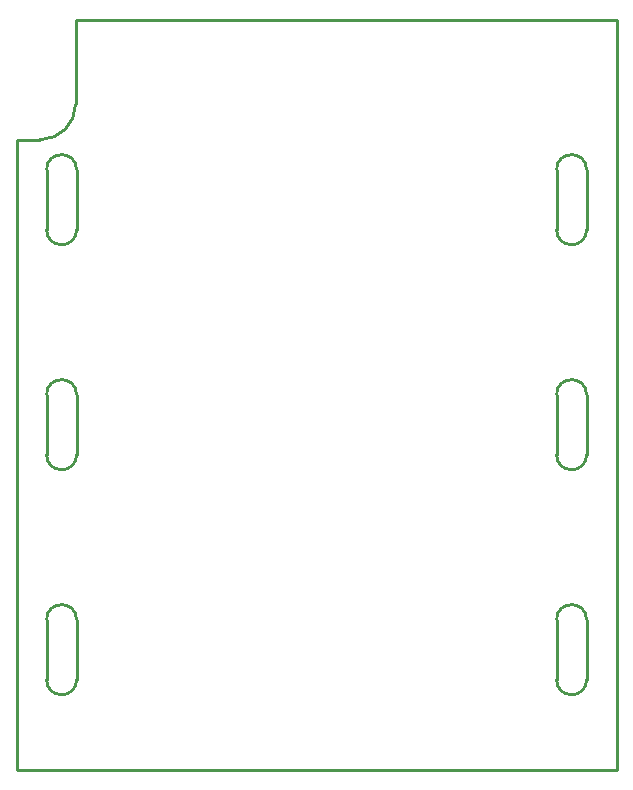
<source format=gm1>
%FSAX24Y24*%
%MOIN*%
G70*
G01*
G75*
G04 Layer_Color=16711935*
%ADD10C,0.0197*%
%ADD11C,0.0591*%
%ADD12R,0.0591X0.0591*%
%ADD13C,0.0600*%
%ADD14R,0.0600X0.0600*%
%ADD15R,0.0600X0.0600*%
%ADD16C,0.2500*%
%ADD17C,0.0100*%
%ADD18C,0.0070*%
%ADD19C,0.0671*%
%ADD20R,0.0671X0.0671*%
%ADD21C,0.0680*%
%ADD22R,0.0680X0.0680*%
%ADD23R,0.0680X0.0680*%
%ADD24C,0.2580*%
D17*
X052000Y065750D02*
G03*
X051000Y065750I-000500J000000D01*
G01*
Y063750D02*
G03*
X052000Y063750I000500J000000D01*
G01*
X035000Y058250D02*
G03*
X034000Y058250I-000500J000000D01*
G01*
Y056250D02*
G03*
X035000Y056250I000500J000000D01*
G01*
X051000Y071250D02*
G03*
X052000Y071250I000500J000000D01*
G01*
Y073250D02*
G03*
X051000Y073250I-000500J000000D01*
G01*
X034000Y071250D02*
G03*
X035000Y071250I000500J000000D01*
G01*
Y073250D02*
G03*
X034000Y073250I-000500J000000D01*
G01*
X051000Y056250D02*
G03*
X052000Y056250I000500J000000D01*
G01*
Y058250D02*
G03*
X051000Y058250I-000500J000000D01*
G01*
X035000Y065750D02*
G03*
X034000Y065750I-000500J000000D01*
G01*
Y063750D02*
G03*
X035000Y063750I000500J000000D01*
G01*
X033787Y074250D02*
G03*
X034969Y075431I000000J001181D01*
G01*
X052000Y063750D02*
Y065750D01*
X051000Y063750D02*
Y065750D01*
X035000Y056250D02*
Y058250D01*
X034000Y056250D02*
Y058250D01*
X051000Y071250D02*
Y073250D01*
X052000Y071250D02*
Y073250D01*
X034000Y071250D02*
Y073250D01*
X035000Y071250D02*
Y073250D01*
X051000Y056250D02*
Y058250D01*
X052000Y056250D02*
Y058250D01*
X035000Y063750D02*
Y065750D01*
X034000Y063750D02*
Y065750D01*
X033000Y074250D02*
X033787D01*
X053000Y053250D02*
Y078250D01*
X033000Y053250D02*
X053000D01*
X034969Y075431D02*
Y078250D01*
X033000Y053250D02*
Y074250D01*
X034969Y078250D02*
X053000D01*
M02*

</source>
